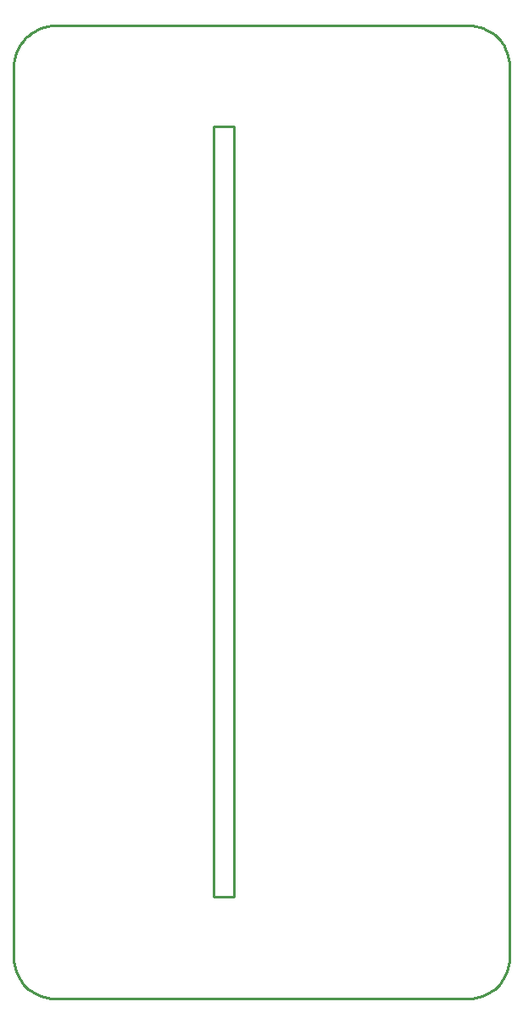
<source format=gbr>
G04 EAGLE Gerber RS-274X export*
G75*
%MOMM*%
%FSLAX34Y34*%
%LPD*%
%IN*%
%IPPOS*%
%AMOC8*
5,1,8,0,0,1.08239X$1,22.5*%
G01*
%ADD10C,0.254000*%


D10*
X0Y-38100D02*
X155Y-41642D01*
X617Y-45157D01*
X1385Y-48618D01*
X2451Y-52000D01*
X3808Y-55275D01*
X5445Y-58420D01*
X7350Y-61410D01*
X9508Y-64223D01*
X11903Y-66837D01*
X14517Y-69232D01*
X17330Y-71390D01*
X20320Y-73295D01*
X23465Y-74932D01*
X26740Y-76289D01*
X30122Y-77355D01*
X33583Y-78123D01*
X37098Y-78585D01*
X40640Y-78740D01*
X454406Y-78740D01*
X457948Y-78585D01*
X461463Y-78123D01*
X464924Y-77355D01*
X468306Y-76289D01*
X471581Y-74932D01*
X474726Y-73295D01*
X477716Y-71390D01*
X480529Y-69232D01*
X483143Y-66837D01*
X485538Y-64223D01*
X487696Y-61410D01*
X489601Y-58420D01*
X491238Y-55275D01*
X492595Y-52000D01*
X493661Y-48618D01*
X494429Y-45157D01*
X494891Y-41642D01*
X495046Y-38100D01*
X495046Y851662D01*
X494892Y855182D01*
X494432Y858675D01*
X493670Y862115D01*
X492610Y865475D01*
X491262Y868730D01*
X489635Y871855D01*
X487742Y874826D01*
X485597Y877622D01*
X483217Y880219D01*
X480620Y882599D01*
X477824Y884744D01*
X474853Y886637D01*
X471728Y888264D01*
X468473Y889612D01*
X465113Y890672D01*
X461673Y891434D01*
X458180Y891894D01*
X454660Y892048D01*
X41148Y892048D01*
X37562Y891891D01*
X34003Y891423D01*
X30498Y890646D01*
X27075Y889566D01*
X23758Y888193D01*
X20574Y886535D01*
X17546Y884606D01*
X14699Y882421D01*
X12052Y879996D01*
X9627Y877349D01*
X7442Y874502D01*
X5513Y871474D01*
X3855Y868290D01*
X2482Y864973D01*
X1402Y861550D01*
X625Y858045D01*
X157Y854486D01*
X0Y850900D01*
X0Y-38100D01*
X199390Y22860D02*
X219710Y22860D01*
X219710Y791210D01*
X199390Y791210D01*
X199390Y22860D01*
M02*

</source>
